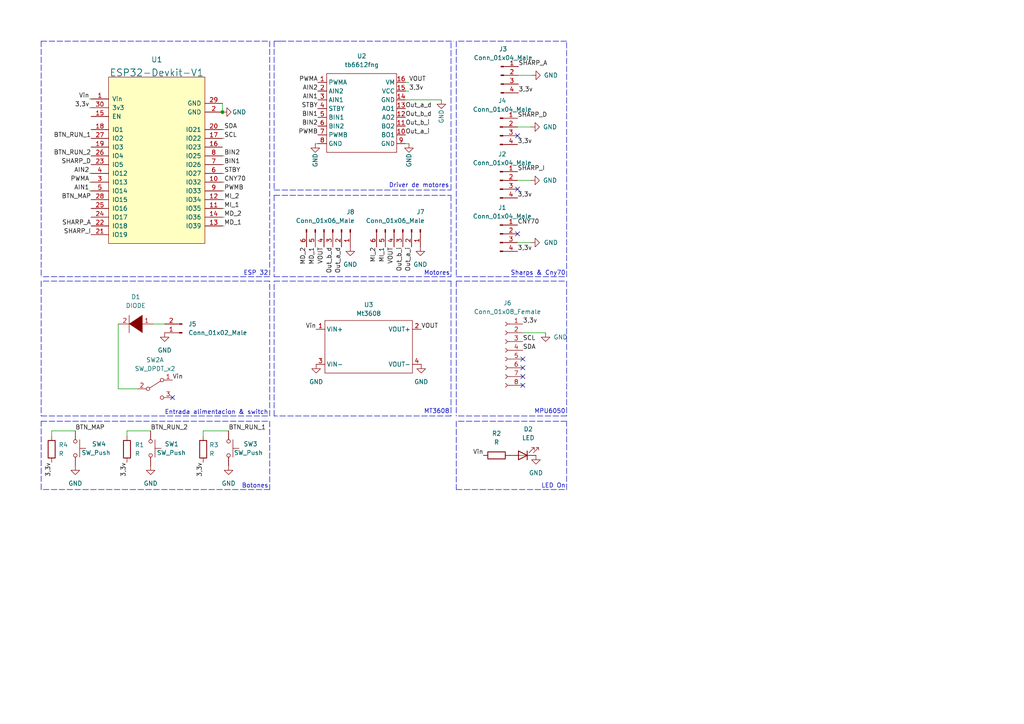
<source format=kicad_sch>
(kicad_sch (version 20211123) (generator eeschema)
  (paper "A4")
  (lib_symbols
    (symbol "Connector:Conn_01x02_Male" (pin_names (offset 1.016) hide)
      (property "Reference" "J" (at 0 2.54 0))
      (property "Value" "Conn_01x02_Male" (at 0 -5.08 0))
      (symbol "Conn_01x02_Male_1_1"
        (polyline (pts (xy 1.27 -2.54) (xy 0.8636 -2.54)) (stroke (width 0.1524)))
        (polyline (pts (xy 1.27 0) (xy 0.8636 0)) (stroke (width 0.1524)))
        (rectangle (start 0.8636 -2.413) (end 0 -2.667) (stroke (width 0.1524)) (fill (type outline)))
        (rectangle (start 0.8636 0.127) (end 0 -0.127) (stroke (width 0.1524)) (fill (type outline)))
        (pin passive line (at 5.08 0 180) (length 3.81) (name "Pin_1") (number "1"))
        (pin passive line (at 5.08 -2.54 180) (length 3.81) (name "Pin_2") (number "2"))
      )
    )
    (symbol "Connector:Conn_01x04_Male" (pin_names (offset 1.016) hide)
      (property "Reference" "J" (at 0 5.08 0))
      (property "Value" "Conn_01x04_Male" (at 0 -7.62 0))
      (symbol "Conn_01x04_Male_1_1"
        (polyline (pts (xy 1.27 -5.08) (xy 0.8636 -5.08)) (stroke (width 0.1524)))
        (polyline (pts (xy 1.27 -2.54) (xy 0.8636 -2.54)) (stroke (width 0.1524)))
        (polyline (pts (xy 1.27 0) (xy 0.8636 0)) (stroke (width 0.1524)))
        (polyline (pts (xy 1.27 2.54) (xy 0.8636 2.54)) (stroke (width 0.1524)))
        (rectangle (start 0.8636 -4.953) (end 0 -5.207) (stroke (width 0.1524)) (fill (type outline)))
        (rectangle (start 0.8636 -2.413) (end 0 -2.667) (stroke (width 0.1524)) (fill (type outline)))
        (rectangle (start 0.8636 0.127) (end 0 -0.127) (stroke (width 0.1524)) (fill (type outline)))
        (rectangle (start 0.8636 2.667) (end 0 2.413) (stroke (width 0.1524)) (fill (type outline)))
        (pin passive line (at 5.08 2.54 180) (length 3.81) (name "Pin_1") (number "1"))
        (pin passive line (at 5.08 0 180) (length 3.81) (name "Pin_2") (number "2"))
        (pin passive line (at 5.08 -2.54 180) (length 3.81) (name "Pin_3") (number "3"))
        (pin passive line (at 5.08 -5.08 180) (length 3.81) (name "Pin_4") (number "4"))
      )
    )
    (symbol "Connector:Conn_01x06_Male" (pin_names (offset 1.016) hide)
      (property "Reference" "J" (at 0 7.62 0))
      (property "Value" "Conn_01x06_Male" (at 0 -10.16 0))
      (symbol "Conn_01x06_Male_1_1"
        (polyline (pts (xy 1.27 -7.62) (xy 0.8636 -7.62)) (stroke (width 0.1524)))
        (polyline (pts (xy 1.27 -5.08) (xy 0.8636 -5.08)) (stroke (width 0.1524)))
        (polyline (pts (xy 1.27 -2.54) (xy 0.8636 -2.54)) (stroke (width 0.1524)))
        (polyline (pts (xy 1.27 0) (xy 0.8636 0)) (stroke (width 0.1524)))
        (polyline (pts (xy 1.27 2.54) (xy 0.8636 2.54)) (stroke (width 0.1524)))
        (polyline (pts (xy 1.27 5.08) (xy 0.8636 5.08)) (stroke (width 0.1524)))
        (rectangle (start 0.8636 -7.493) (end 0 -7.747) (stroke (width 0.1524)) (fill (type outline)))
        (rectangle (start 0.8636 -4.953) (end 0 -5.207) (stroke (width 0.1524)) (fill (type outline)))
        (rectangle (start 0.8636 -2.413) (end 0 -2.667) (stroke (width 0.1524)) (fill (type outline)))
        (rectangle (start 0.8636 0.127) (end 0 -0.127) (stroke (width 0.1524)) (fill (type outline)))
        (rectangle (start 0.8636 2.667) (end 0 2.413) (stroke (width 0.1524)) (fill (type outline)))
        (rectangle (start 0.8636 5.207) (end 0 4.953) (stroke (width 0.1524)) (fill (type outline)))
        (pin passive line (at 5.08 5.08 180) (length 3.81) (name "Pin_1") (number "1"))
        (pin passive line (at 5.08 2.54 180) (length 3.81) (name "Pin_2") (number "2"))
        (pin passive line (at 5.08 0 180) (length 3.81) (name "Pin_3") (number "3"))
        (pin passive line (at 5.08 -2.54 180) (length 3.81) (name "Pin_4") (number "4"))
        (pin passive line (at 5.08 -5.08 180) (length 3.81) (name "Pin_5") (number "5"))
        (pin passive line (at 5.08 -7.62 180) (length 3.81) (name "Pin_6") (number "6"))
      )
    )
    (symbol "Connector:Conn_01x08_Female" (pin_names (offset 1.016) hide)
      (property "Reference" "J" (at 0 10.16 0))
      (property "Value" "Conn_01x08_Female" (at 0 -12.7 0))
      (symbol "Conn_01x08_Female_1_1"
        (arc (start 0 -9.652) (mid -0.508 -10.16) (end 0 -10.668) (stroke (width 0.1524)))
        (arc (start 0 -7.112) (mid -0.508 -7.62) (end 0 -8.128) (stroke (width 0.1524)))
        (arc (start 0 -4.572) (mid -0.508 -5.08) (end 0 -5.588) (stroke (width 0.1524)))
        (arc (start 0 -2.032) (mid -0.508 -2.54) (end 0 -3.048) (stroke (width 0.1524)))
        (polyline (pts (xy -1.27 -10.16) (xy -0.508 -10.16)) (stroke (width 0.1524)))
        (polyline (pts (xy -1.27 -7.62) (xy -0.508 -7.62)) (stroke (width 0.1524)))
        (polyline (pts (xy -1.27 -5.08) (xy -0.508 -5.08)) (stroke (width 0.1524)))
        (polyline (pts (xy -1.27 -2.54) (xy -0.508 -2.54)) (stroke (width 0.1524)))
        (polyline (pts (xy -1.27 0) (xy -0.508 0)) (stroke (width 0.1524)))
        (polyline (pts (xy -1.27 2.54) (xy -0.508 2.54)) (stroke (width 0.1524)))
        (polyline (pts (xy -1.27 5.08) (xy -0.508 5.08)) (stroke (width 0.1524)))
        (polyline (pts (xy -1.27 7.62) (xy -0.508 7.62)) (stroke (width 0.1524)))
        (arc (start 0 0.508) (mid -0.508 0) (end 0 -0.508) (stroke (width 0.1524)))
        (arc (start 0 3.048) (mid -0.508 2.54) (end 0 2.032) (stroke (width 0.1524)))
        (arc (start 0 5.588) (mid -0.508 5.08) (end 0 4.572) (stroke (width 0.1524)))
        (arc (start 0 8.128) (mid -0.508 7.62) (end 0 7.112) (stroke (width 0.1524)))
        (pin passive line (at -5.08 7.62 0) (length 3.81) (name "Pin_1") (number "1"))
        (pin passive line (at -5.08 5.08 0) (length 3.81) (name "Pin_2") (number "2"))
        (pin passive line (at -5.08 2.54 0) (length 3.81) (name "Pin_3") (number "3"))
        (pin passive line (at -5.08 0 0) (length 3.81) (name "Pin_4") (number "4"))
        (pin passive line (at -5.08 -2.54 0) (length 3.81) (name "Pin_5") (number "5"))
        (pin passive line (at -5.08 -5.08 0) (length 3.81) (name "Pin_6") (number "6"))
        (pin passive line (at -5.08 -7.62 0) (length 3.81) (name "Pin_7") (number "7"))
        (pin passive line (at -5.08 -10.16 0) (length 3.81) (name "Pin_8") (number "8"))
      )
    )
    (symbol "Device:LED" (pin_numbers hide) (pin_names (offset 1.016) hide)
      (property "Reference" "D" (at 0 2.54 0))
      (property "Value" "LED" (at 0 -2.54 0))
      (symbol "LED_0_1"
        (polyline (pts (xy -1.27 -1.27) (xy -1.27 1.27)) (stroke (width 0.254)))
        (polyline (pts (xy -1.27 0) (xy 1.27 0)))
        (polyline (pts (xy 1.27 -1.27) (xy 1.27 1.27) (xy -1.27 0) (xy 1.27 -1.27)) (stroke (width 0.254)))
        (polyline (pts (xy -3.048 -0.762) (xy -4.572 -2.286) (xy -3.81 -2.286) (xy -4.572 -2.286) (xy -4.572 -1.524)))
        (polyline (pts (xy -1.778 -0.762) (xy -3.302 -2.286) (xy -2.54 -2.286) (xy -3.302 -2.286) (xy -3.302 -1.524)))
      )
      (symbol "LED_1_1"
        (pin passive line (at -3.81 0 0) (length 2.54) (name "K") (number "1"))
        (pin passive line (at 3.81 0 180) (length 2.54) (name "A") (number "2"))
      )
    )
    (symbol "Device:R" (pin_numbers hide) (pin_names (offset 0))
      (property "Reference" "R" (at 2.032 0 90))
      (property "Value" "R" (at 0 0 90))
      (symbol "R_0_1"
        (rectangle (start -1.016 -2.54) (end 1.016 2.54) (stroke (width 0.254)))
      )
      (symbol "R_1_1"
        (pin passive line (at 0 3.81 270) (length 1.27) (name "~") (number "1"))
        (pin passive line (at 0 -3.81 90) (length 1.27) (name "~") (number "2"))
      )
    )
    (symbol "Switch:SW_DPDT_x2" (pin_names (offset 0) hide)
      (property "Reference" "SW" (at 0 4.318 0))
      (property "Value" "SW_DPDT_x2" (at 0 -5.08 0))
      (symbol "SW_DPDT_x2_0_0"
        (circle (center -2.032 0) (radius 0.508))
        (circle (center 2.032 -2.54) (radius 0.508))
      )
      (symbol "SW_DPDT_x2_0_1"
        (polyline (pts (xy -1.524 0.254) (xy 1.651 2.286)))
        (circle (center 2.032 2.54) (radius 0.508))
      )
      (symbol "SW_DPDT_x2_1_1"
        (pin passive line (at 5.08 2.54 180) (length 2.54) (name "A") (number "1"))
        (pin passive line (at -5.08 0 0) (length 2.54) (name "B") (number "2"))
        (pin passive line (at 5.08 -2.54 180) (length 2.54) (name "C") (number "3"))
      )
      (symbol "SW_DPDT_x2_2_1"
        (pin passive line (at 5.08 2.54 180) (length 2.54) (name "A") (number "4"))
        (pin passive line (at -5.08 0 0) (length 2.54) (name "B") (number "5"))
        (pin passive line (at 5.08 -2.54 180) (length 2.54) (name "C") (number "6"))
      )
    )
    (symbol "Switch:SW_Push" (pin_numbers hide) (pin_names (offset 1.016) hide)
      (property "Reference" "SW" (at 1.27 2.54 0))
      (property "Value" "SW_Push" (at 0 -1.524 0))
      (symbol "SW_Push_0_1"
        (circle (center -2.032 0) (radius 0.508))
        (polyline (pts (xy 0 1.27) (xy 0 3.048)))
        (polyline (pts (xy 2.54 1.27) (xy -2.54 1.27)))
        (circle (center 2.032 0) (radius 0.508))
        (pin passive line (at -5.08 0 0) (length 2.54) (name "1") (number "1"))
        (pin passive line (at 5.08 0 180) (length 2.54) (name "2") (number "2"))
      )
    )
    (symbol "esp32-devkit-v1:ESP32-Devkit-V1" (pin_names (offset 1.016))
      (property "Reference" "U" (at 13.97 -21.59 0))
      (property "Value" "ESP32-Devkit-V1" (at 13.97 -2.54 0))
      (symbol "ESP32-Devkit-V1_0_1"
        (rectangle (start 0 0) (end 27.94 -48.26) (fill (type background)))
      )
      (symbol "ESP32-Devkit-V1_1_1"
        (pin power_in line (at -5.08 -6.35 0) (length 5.08) (name "Vin") (number "1"))
        (pin bidirectional line (at 33.02 -30.48 180) (length 5.08) (name "IO32") (number "10"))
        (pin bidirectional line (at 33.02 -38.1 180) (length 5.08) (name "IO35") (number "11"))
        (pin bidirectional line (at 33.02 -35.56 180) (length 5.08) (name "IO34") (number "12"))
        (pin bidirectional line (at 33.02 -43.18 180) (length 5.08) (name "IO39") (number "13"))
        (pin bidirectional line (at 33.02 -40.64 180) (length 5.08) (name "IO36") (number "14"))
        (pin input line (at -5.08 -11.43 0) (length 5.08) (name "EN") (number "15"))
        (pin bidirectional line (at 33.02 -20.32 180) (length 5.08) (name "IO23") (number "16"))
        (pin bidirectional line (at 33.02 -17.78 180) (length 5.08) (name "IO22") (number "17"))
        (pin bidirectional line (at -5.08 -15.24 0) (length 5.08) (name "IO1") (number "18"))
        (pin bidirectional line (at -5.08 -20.32 0) (length 5.08) (name "IO3") (number "19"))
        (pin power_out line (at 33.02 -10.16 180) (length 5.08) (name "GND") (number "2"))
        (pin bidirectional line (at 33.02 -15.24 180) (length 5.08) (name "IO21") (number "20"))
        (pin bidirectional line (at -5.08 -45.72 0) (length 5.08) (name "IO19") (number "21"))
        (pin bidirectional line (at -5.08 -43.18 0) (length 5.08) (name "IO18") (number "22"))
        (pin bidirectional line (at -5.08 -25.4 0) (length 5.08) (name "IO5") (number "23"))
        (pin bidirectional line (at -5.08 -40.64 0) (length 5.08) (name "IO17") (number "24"))
        (pin bidirectional line (at -5.08 -38.1 0) (length 5.08) (name "IO16") (number "25"))
        (pin bidirectional line (at -5.08 -22.86 0) (length 5.08) (name "IO4") (number "26"))
        (pin bidirectional line (at -5.08 -17.78 0) (length 5.08) (name "IO2") (number "27"))
        (pin bidirectional line (at -5.08 -35.56 0) (length 5.08) (name "IO15") (number "28"))
        (pin power_out line (at 33.02 -7.62 180) (length 5.08) (name "GND") (number "29"))
        (pin bidirectional line (at -5.08 -30.48 0) (length 5.08) (name "IO13") (number "3"))
        (pin power_out line (at -5.08 -8.89 0) (length 5.08) (name "3v3") (number "30"))
        (pin bidirectional line (at -5.08 -27.94 0) (length 5.08) (name "IO12") (number "4"))
        (pin bidirectional line (at -5.08 -33.02 0) (length 5.08) (name "IO14") (number "5"))
        (pin bidirectional line (at 33.02 -27.94 180) (length 5.08) (name "IO27") (number "6"))
        (pin bidirectional line (at 33.02 -25.4 180) (length 5.08) (name "IO26") (number "7"))
        (pin bidirectional line (at 33.02 -22.86 180) (length 5.08) (name "IO25") (number "8"))
        (pin bidirectional line (at 33.02 -33.02 180) (length 5.08) (name "IO33") (number "9"))
      )
    )
    (symbol "power:GND" (power) (pin_names (offset 0))
      (property "Value" "GND" (at 0 -3.81 0))
      (symbol "GND_0_1"
        (polyline (pts (xy 0 0) (xy 0 -1.27) (xy 1.27 -1.27) (xy 0 -2.54) (xy -1.27 -1.27) (xy 0 -1.27)))
      )
      (symbol "GND_1_1"
        (pin power_in line (at 0 0 270) (length 0) hide (name "GND") (number "1"))
      )
    )
    (symbol "propios:Mt3608"
      (property "Reference" "U" (at 0 0 0))
      (property "Value" "Mt3608" (at 0 0 0))
      (symbol "Mt3608_0_1"
        (rectangle (start -12.7 -2.54) (end 12.7 -17.78))
      )
      (symbol "Mt3608_1_1"
        (pin input line (at -15.24 -5.08 0) (length 2.54) (name "VIN+") (number "1"))
        (pin input line (at 15.24 -5.08 180) (length 2.54) (name "VOUT+") (number "2"))
        (pin input line (at -15.24 -15.24 0) (length 2.54) (name "VIN-") (number "3"))
        (pin input line (at 15.24 -15.24 180) (length 2.54) (name "VOUT-") (number "4"))
      )
    )
    (symbol "propios:tb6612fng"
      (property "Reference" "U" (at 0 0 0))
      (property "Value" "tb6612fng" (at 0 0 0))
      (symbol "tb6612fng_0_1"
        (rectangle (start -10.16 -2.54) (end 10.16 -25.4))
      )
      (symbol "tb6612fng_1_1"
        (pin input line (at -12.7 -5.08 0) (length 2.54) (name "PWMA") (number "1"))
        (pin input line (at 12.7 -20.32 180) (length 2.54) (name "BO1") (number "10"))
        (pin input line (at 12.7 -17.78 180) (length 2.54) (name "BO2") (number "11"))
        (pin input line (at 12.7 -15.24 180) (length 2.54) (name "AO2") (number "12"))
        (pin input line (at 12.7 -12.7 180) (length 2.54) (name "AO1") (number "13"))
        (pin input line (at 12.7 -10.16 180) (length 2.54) (name "GND") (number "14"))
        (pin input line (at 12.7 -7.62 180) (length 2.54) (name "VCC") (number "15"))
        (pin input line (at 12.7 -5.08 180) (length 2.54) (name "VM") (number "16"))
        (pin input line (at -12.7 -7.62 0) (length 2.54) (name "AIN2") (number "2"))
        (pin input line (at -12.7 -10.16 0) (length 2.54) (name "AIN1") (number "3"))
        (pin input line (at -12.7 -12.7 0) (length 2.54) (name "STBY") (number "4"))
        (pin input line (at -12.7 -15.24 0) (length 2.54) (name "BIN1") (number "5"))
        (pin input line (at -12.7 -17.78 0) (length 2.54) (name "BIN2") (number "6"))
        (pin input line (at -12.7 -20.32 0) (length 2.54) (name "PWMB") (number "7"))
        (pin input line (at -12.7 -22.86 0) (length 2.54) (name "GND") (number "8"))
        (pin input line (at 12.7 -22.86 180) (length 2.54) (name "GND") (number "9"))
      )
    )
    (symbol "pspice:DIODE" (pin_names (offset 1.016) hide)
      (property "Reference" "D" (at 0 3.81 0))
      (property "Value" "DIODE" (at 0 -4.445 0))
      (symbol "DIODE_0_1"
        (polyline (pts (xy 1.905 2.54) (xy 1.905 -2.54)))
        (polyline (pts (xy -1.905 2.54) (xy -1.905 -2.54) (xy 1.905 0)) (fill (type outline)))
      )
      (symbol "DIODE_1_1"
        (pin input line (at -5.08 0 0) (length 3.81) (name "K") (number "1"))
        (pin input line (at 5.08 0 180) (length 3.81) (name "A") (number "2"))
      )
    )
  )
  (junction (at 64.516 32.512))
  (no_connect (at 150.114 67.818))
  (no_connect (at 50.038 115.316))
  (no_connect (at 151.638 104.14))
  (no_connect (at 151.638 106.68))
  (no_connect (at 151.638 109.22))
  (no_connect (at 151.638 111.76))
  (no_connect (at 150.114 54.864))
  (no_connect (at 150.114 39.37))
  (wire (pts (xy 153.924 52.324) (xy 150.114 52.324)))
  (wire (pts (xy 65.024 52.832) (xy 64.516 52.832)))
  (wire (pts (xy 43.688 124.968) (xy 36.83 124.968)))
  (wire (pts (xy 65.024 37.592) (xy 64.516 37.592)))
  (wire (pts (xy 65.024 60.452) (xy 64.516 60.452)))
  (wire (pts (xy 153.924 36.83) (xy 150.114 36.83)))
  (wire (pts (xy 58.928 124.968) (xy 66.294 124.968)))
  (polyline (pts (xy 11.938 11.938) (xy 78.232 11.938)))
  (wire (pts (xy 25.908 55.372) (xy 26.416 55.372)))
  (wire (pts (xy 65.024 47.752) (xy 64.516 47.752)))
  (wire (pts (xy 65.024 62.992) (xy 64.516 62.992)))
  (wire (pts (xy 34.29 93.98) (xy 34.29 112.776)))
  (wire (pts (xy 118.618 23.876) (xy 117.602 23.876)))
  (polyline (pts (xy 11.938 122.174) (xy 78.232 122.174)))
  (polyline (pts (xy 78.232 80.264) (xy 11.938 80.264)))
  (polyline (pts (xy 79.502 56.642) (xy 79.502 80.264)))
  (wire (pts (xy 128.016 28.956) (xy 117.602 28.956)))
  (polyline (pts (xy 79.502 11.938) (xy 81.28 11.938)))
  (wire (pts (xy 65.024 65.532) (xy 64.516 65.532)))
  (wire (pts (xy 14.986 124.968) (xy 14.986 126.492)))
  (wire (pts (xy 65.024 55.372) (xy 64.516 55.372)))
  (polyline (pts (xy 130.81 56.642) (xy 130.81 80.264)))
  (polyline (pts (xy 79.502 55.118) (xy 130.81 55.118)))
  (polyline (pts (xy 11.938 81.534) (xy 11.938 120.65)))
  (polyline (pts (xy 11.938 141.986) (xy 11.938 122.174)))
  (polyline (pts (xy 132.334 122.174) (xy 132.334 141.986)))
  (polyline (pts (xy 81.28 11.938) (xy 131.572 11.938)))
  (wire (pts (xy 36.83 124.968) (xy 36.83 126.492)))
  (polyline (pts (xy 130.81 81.534) (xy 130.81 120.65)))
  (wire (pts (xy 65.024 40.132) (xy 64.516 40.132)))
  (polyline (pts (xy 164.338 120.65) (xy 132.334 120.65)))
  (wire (pts (xy 118.618 26.416) (xy 117.602 26.416)))
  (polyline (pts (xy 132.334 81.534) (xy 132.334 120.65)))
  (polyline (pts (xy 132.334 81.534) (xy 164.338 81.534)))
  (polyline (pts (xy 164.338 122.174) (xy 132.334 122.174)))
  (polyline (pts (xy 79.502 81.534) (xy 130.81 81.534)))
  (wire (pts (xy 158.242 96.52) (xy 151.638 96.52)))
  (wire (pts (xy 118.618 41.656) (xy 117.602 41.656)))
  (polyline (pts (xy 132.334 11.938) (xy 132.334 80.264)))
  (wire (pts (xy 25.908 31.242) (xy 26.416 31.242)))
  (polyline (pts (xy 79.502 80.264) (xy 130.81 80.264)))
  (polyline (pts (xy 78.232 141.986) (xy 11.938 141.986)))
  (wire (pts (xy 65.024 57.912) (xy 64.516 57.912)))
  (wire (pts (xy 64.516 29.972) (xy 64.516 32.512)))
  (wire (pts (xy 65.024 50.292) (xy 64.516 50.292)))
  (polyline (pts (xy 78.232 81.534) (xy 11.938 81.534)))
  (polyline (pts (xy 132.334 80.264) (xy 164.338 80.264)))
  (wire (pts (xy 21.844 124.968) (xy 14.986 124.968)))
  (wire (pts (xy 39.878 112.776) (xy 34.29 112.776)))
  (polyline (pts (xy 130.81 120.65) (xy 79.502 120.65)))
  (polyline (pts (xy 164.338 11.938) (xy 132.334 11.938)))
  (wire (pts (xy 154.178 21.844) (xy 150.368 21.844)))
  (polyline (pts (xy 78.232 120.65) (xy 78.232 81.534)))
  (polyline (pts (xy 164.338 81.534) (xy 164.338 120.65)))
  (polyline (pts (xy 132.334 141.986) (xy 164.338 141.986)))
  (wire (pts (xy 65.024 45.212) (xy 64.516 45.212)))
  (wire (pts (xy 153.924 70.358) (xy 150.114 70.358)))
  (polyline (pts (xy 164.338 141.986) (xy 164.338 122.174)))
  (polyline (pts (xy 79.502 120.65) (xy 79.502 81.534)))
  (polyline (pts (xy 79.502 56.642) (xy 130.81 56.642)))
  (wire (pts (xy 25.908 52.832) (xy 26.416 52.832)))
  (wire (pts (xy 58.928 124.968) (xy 58.928 126.492)))
  (polyline (pts (xy 11.938 11.938) (xy 11.938 80.264)))
  (polyline (pts (xy 78.232 122.174) (xy 78.232 141.986)))
  (wire (pts (xy 25.908 28.702) (xy 26.416 28.702)))
  (polyline (pts (xy 164.338 80.264) (xy 164.338 11.938)))
  (wire (pts (xy 25.908 50.292) (xy 26.416 50.292)))
  (polyline (pts (xy 78.232 11.938) (xy 78.232 80.264)))
  (polyline (pts (xy 130.81 55.118) (xy 130.81 11.938)))
  (polyline (pts (xy 79.502 11.938) (xy 79.502 55.118)))
  (wire (pts (xy 91.44 41.656) (xy 92.202 41.656)))
  (polyline (pts (xy 11.938 120.65) (xy 78.232 120.65)))
  (wire (pts (xy 44.45 93.98) (xy 47.752 93.98)))
  (text "Driver de motores\n" (at 112.776 54.61 0) (effects (font (size 1.27 1.27)) (justify left bottom)))
  (text "Motores\n" (at 122.936 80.01 0) (effects (font (size 1.27 1.27)) (justify left bottom)))
  (text "LED On\n" (at 156.972 141.732 0) (effects (font (size 1.27 1.27)) (justify left bottom)))
  (text "ESP 32\n" (at 70.612 80.01 0) (effects (font (size 1.27 1.27)) (justify left bottom)))
  (text "Entrada alimentacion & switch\n" (at 47.752 120.396 0) (effects (font (size 1.27 1.27)) (justify left bottom)))
  (text "MPU6050" (at 154.94 120.142 0) (effects (font (size 1.27 1.27)) (justify left bottom)))
  (text "Sharps & Cny70\n" (at 148.082 80.01 0) (effects (font (size 1.27 1.27)) (justify left bottom)))
  (text "MT3608\n" (at 122.936 120.142 0) (effects (font (size 1.27 1.27)) (justify left bottom)))
  (text "Botones\n" (at 70.104 141.732 0) (effects (font (size 1.27 1.27)) (justify left bottom)))
  (label "Out_b_d" (at 117.602 34.036 0))
  (label "Out_b_i" (at 117.602 36.576 0))
  (label "SDA" (at 151.638 101.6 0))
  (label "BTN_RUN_1" (at 66.294 124.968 0))
  (label "3,3v" (at 25.908 31.242 180))
  (label "CNY70" (at 150.114 65.278 0))
  (label "Out_b_d" (at 96.52 71.628 270))
  (label "MI_1" (at 65.024 60.452 0))
  (label "3,3v" (at 36.83 134.112 270))
  (label "Vin" (at 50.038 110.236 0))
  (label "Vin" (at 140.208 132.08 180))
  (label "AIN1" (at 92.202 28.956 180))
  (label "AIN2" (at 25.908 50.292 180))
  (label "Out_a_i" (at 119.38 71.628 270))
  (label "BTN_MAP" (at 21.844 124.968 0))
  (label "3,3v" (at 150.114 41.91 0))
  (label "PWMB" (at 92.202 39.116 180))
  (label "VOUT" (at 93.98 71.628 270))
  (label "MD_1" (at 65.024 65.532 0))
  (label "VOUT" (at 122.174 95.504 0))
  (label "SHARP_D" (at 26.416 47.752 180))
  (label "SHARP_A" (at 26.416 65.532 180))
  (label "MD_1" (at 91.44 71.628 270))
  (label "SCL" (at 151.638 99.06 0))
  (label "AIN1" (at 25.908 55.372 180))
  (label "Vin" (at 91.694 95.504 180))
  (label "VOUT" (at 114.3 71.628 270))
  (label "SHARP_A" (at 150.368 19.304 0))
  (label "Vin" (at 25.908 28.702 180))
  (label "3,3v" (at 14.986 134.112 270))
  (label "Out_a_d" (at 117.602 31.496 0))
  (label "MI_2" (at 65.024 57.912 0))
  (label "BIN1" (at 92.202 34.036 180))
  (label "3,3v" (at 150.368 26.924 0))
  (label "Out_a_d" (at 99.06 71.628 270))
  (label "BIN2" (at 65.024 45.212 0))
  (label "3,3v" (at 150.114 57.404 0))
  (label "MI_1" (at 111.76 71.628 270))
  (label "STBY" (at 65.024 50.292 0))
  (label "BTN_RUN_2" (at 43.688 124.968 0))
  (label "VOUT" (at 118.618 23.876 0))
  (label "AIN2" (at 92.202 26.416 180))
  (label "3,3v" (at 58.928 134.112 270))
  (label "SHARP_I" (at 150.114 49.784 0))
  (label "3,3v" (at 150.114 72.898 0))
  (label "BIN2" (at 92.202 36.576 180))
  (label "3,3v" (at 118.618 26.416 0))
  (label "BTN_RUN_2" (at 26.416 45.212 180))
  (label "BTN_MAP" (at 26.416 57.912 180))
  (label "PWMA" (at 25.908 52.832 180))
  (label "CNY70" (at 65.024 52.832 0))
  (label "MD_2" (at 65.024 62.992 0))
  (label "MD_2" (at 88.9 71.628 270))
  (label "SHARP_D" (at 150.114 34.29 0))
  (label "PWMB" (at 65.024 55.372 0))
  (label "MI_2" (at 109.22 71.628 270))
  (label "BTN_RUN_1" (at 26.416 40.132 180))
  (label "Out_a_i" (at 117.602 39.116 0))
  (label "STBY" (at 92.202 31.496 180))
  (label "PWMA" (at 92.202 23.876 180))
  (label "3,3v" (at 151.638 93.98 0))
  (label "SDA" (at 65.024 37.592 0))
  (label "Out_b_i" (at 116.84 71.628 270))
  (label "SHARP_I" (at 26.416 68.072 180))
  (label "BIN1" (at 65.024 47.752 0))
  (label "SCL" (at 65.024 40.132 0))
  (symbol (lib_id "propios:Mt3608") (at 106.934 90.424 0) (unit 1)
    (property "Reference" "U3" (at 106.934 88.392 0))
    (property "Value" "Mt3608" (at 106.934 90.932 0))
    (property "Footprint" "propios:MT3608" (effects hide))
  )
  (symbol (lib_id "power:GND") (at 91.694 105.664 0) (unit 1)
    (property "Reference" "#PWR0106" (effects hide))
    (property "Value" "GND" (at 91.694 110.744 0))
  )
  (symbol (lib_id "power:GND") (at 91.44 41.656 0) (unit 1)
    (property "Reference" "#PWR0117" (effects hide))
    (property "Value" "GND" (at 91.44 44.45 90) (effects (justify right)))
  )
  (symbol (lib_id "Connector:Conn_01x04_Male") (at 145.034 36.83 0) (unit 1)
    (property "Reference" "J4" (at 145.669 29.21 0))
    (property "Value" "Conn_01x04_Male" (at 145.669 31.75 0))
    (property "Footprint" "Connector_PinHeader_2.54mm:PinHeader_1x04_P2.54mm_Vertical" (effects hide))
  )
  (symbol (lib_id "Connector:Conn_01x06_Male") (at 96.52 66.548 270) (unit 1)
    (property "Reference" "J8" (at 102.87 61.468 90) (effects (justify right)))
    (property "Value" "Conn_01x06_Male" (at 102.87 64.008 90) (effects (justify right)))
    (property "Footprint" "Connector_PinHeader_2.54mm:PinHeader_1x06_P2.54mm_Vertical" (effects hide))
  )
  (symbol (lib_id "power:GND") (at 158.242 96.52 0) (unit 1)
    (property "Reference" "#PWR0115" (effects hide))
    (property "Value" "GND" (at 160.528 97.7899 0) (effects (justify left)))
  )
  (symbol (lib_id "Switch:SW_Push") (at 66.294 130.048 270) (unit 1)
    (property "Reference" "SW3" (at 70.612 128.7779 90) (effects (justify left)))
    (property "Value" "SW_Push" (at 67.818 131.318 90) (effects (justify left)))
    (property "Footprint" "Button_Switch_THT:SW_PUSH_6mm" (effects hide))
  )
  (symbol (lib_id "power:GND") (at 121.92 71.628 0) (mirror y) (unit 1)
    (property "Reference" "#PWR0112" (effects hide))
    (property "Value" "GND" (at 121.92 76.708 0))
  )
  (symbol (lib_id "power:GND") (at 122.174 105.664 0) (unit 1)
    (property "Reference" "#PWR0103" (effects hide))
    (property "Value" "GND" (at 122.174 110.744 0))
  )
  (symbol (lib_id "Device:R") (at 58.928 130.302 0) (unit 1)
    (property "Reference" "R3" (at 60.706 129.0319 0) (effects (justify left)))
    (property "Value" "R" (at 60.706 131.5719 0) (effects (justify left)))
    (property "Footprint" "Resistor_THT:R_Axial_DIN0207_L6.3mm_D2.5mm_P10.16mm_Horizontal" (effects hide))
  )
  (symbol (lib_id "Connector:Conn_01x02_Male") (at 52.832 96.52 180) (unit 1)
    (property "Reference" "J5" (at 54.61 93.9799 0) (effects (justify right)))
    (property "Value" "Conn_01x02_Male" (at 54.61 96.5199 0) (effects (justify right)))
    (property "Footprint" "Connector_PinHeader_2.54mm:PinHeader_1x02_P2.54mm_Vertical" (effects hide))
  )
  (symbol (lib_id "esp32-devkit-v1:ESP32-Devkit-V1") (at 31.496 22.352 0) (unit 1)
    (property "Reference" "U1" (at 45.466 17.272 0) (effects (font (size 1.524 1.524))))
    (property "Value" "ESP32-Devkit-V1" (at 45.466 21.082 0) (effects (font (size 2.0066 2.0066))))
    (property "Footprint" "DOIT_ESP32:DOIT_ESP32_Devkit_mirko" (effects hide))
  )
  (symbol (lib_id "power:GND") (at 47.752 96.52 0) (unit 1)
    (property "Reference" "#PWR0102" (effects hide))
    (property "Value" "GND" (at 47.752 101.6 0))
  )
  (symbol (lib_id "Device:LED") (at 151.638 132.08 180) (unit 1)
    (property "Reference" "D2" (at 153.2255 124.46 0))
    (property "Value" "LED" (at 153.2255 127 0))
    (property "Footprint" "LED_THT:LED_D5.0mm" (effects hide))
  )
  (symbol (lib_id "Connector:Conn_01x08_Female") (at 146.558 101.6 0) (mirror y) (unit 1)
    (property "Reference" "J6" (at 147.193 87.884 0))
    (property "Value" "Conn_01x08_Female" (at 147.193 90.424 0))
    (property "Footprint" "Connector_PinSocket_2.54mm:PinSocket_1x08_P2.54mm_Vertical" (effects hide))
  )
  (symbol (lib_id "Device:R") (at 36.83 130.302 0) (unit 1)
    (property "Reference" "R1" (at 39.116 129.0319 0) (effects (justify left)))
    (property "Value" "R" (at 39.116 131.5719 0) (effects (justify left)))
    (property "Footprint" "Resistor_THT:R_Axial_DIN0207_L6.3mm_D2.5mm_P10.16mm_Horizontal" (effects hide))
  )
  (symbol (lib_id "Connector:Conn_01x04_Male") (at 145.288 21.844 0) (unit 1)
    (property "Reference" "J3" (at 145.923 14.224 0))
    (property "Value" "Conn_01x04_Male" (at 145.923 16.764 0))
    (property "Footprint" "Connector_PinHeader_2.54mm:PinHeader_1x04_P2.54mm_Vertical" (effects hide))
  )
  (symbol (lib_id "power:GND") (at 64.516 32.512 90) (unit 1)
    (property "Reference" "#PWR0119" (effects hide))
    (property "Value" "GND" (at 67.31 32.512 90) (effects (justify right)))
  )
  (symbol (lib_id "Switch:SW_DPDT_x2") (at 44.958 112.776 0) (unit 1)
    (property "Reference" "SW2" (at 44.958 104.394 0))
    (property "Value" "SW_DPDT_x2" (at 44.958 106.934 0))
    (property "Footprint" "Button_Switch_THT:SW_Slide_1P2T_CK_OS102011MS2Q" (effects hide))
  )
  (symbol (lib_id "power:GND") (at 43.688 135.128 0) (unit 1)
    (property "Reference" "#PWR0107" (effects hide))
    (property "Value" "GND" (at 43.688 140.208 0))
  )
  (symbol (lib_id "power:GND") (at 153.924 70.358 90) (unit 1)
    (property "Reference" "#PWR0110" (effects hide))
    (property "Value" "GND" (at 157.734 70.3579 90) (effects (justify right)))
  )
  (symbol (lib_id "power:GND") (at 101.6 71.628 0) (unit 1)
    (property "Reference" "#PWR0101" (effects hide))
    (property "Value" "GND" (at 101.6 76.708 0))
  )
  (symbol (lib_id "Device:R") (at 144.018 132.08 90) (unit 1)
    (property "Reference" "R2" (at 144.018 125.73 90))
    (property "Value" "R" (at 144.018 128.27 90))
    (property "Footprint" "Resistor_THT:R_Axial_DIN0207_L6.3mm_D2.5mm_P10.16mm_Horizontal" (effects hide))
  )
  (symbol (lib_id "power:GND") (at 128.016 28.956 0) (unit 1)
    (property "Reference" "#PWR0116" (effects hide))
    (property "Value" "GND" (at 128.016 31.75 90) (effects (justify right)))
  )
  (symbol (lib_id "propios:tb6612fng") (at 104.902 18.796 0) (unit 1)
    (property "Reference" "U2" (at 104.902 16.256 0))
    (property "Value" "tb6612fng" (at 104.902 18.796 0))
    (property "Footprint" "propios:tb6612fng" (effects hide))
  )
  (symbol (lib_id "power:GND") (at 154.178 21.844 90) (unit 1)
    (property "Reference" "#PWR0120" (effects hide))
    (property "Value" "GND" (at 157.734 21.8439 90) (effects (justify right)))
  )
  (symbol (lib_id "Connector:Conn_01x06_Male") (at 116.84 66.548 270) (unit 1)
    (property "Reference" "J7" (at 123.19 61.468 90) (effects (justify right)))
    (property "Value" "Conn_01x06_Male" (at 123.19 64.008 90) (effects (justify right)))
    (property "Footprint" "Connector_PinHeader_2.54mm:PinHeader_1x06_P2.54mm_Vertical" (effects hide))
  )
  (symbol (lib_id "power:GND") (at 153.924 52.324 90) (unit 1)
    (property "Reference" "#PWR0113" (effects hide))
    (property "Value" "GND" (at 157.48 52.3239 90) (effects (justify right)))
  )
  (symbol (lib_id "Switch:SW_Push") (at 21.844 130.048 270) (unit 1)
    (property "Reference" "SW4" (at 26.67 128.7779 90) (effects (justify left)))
    (property "Value" "SW_Push" (at 23.622 131.318 90) (effects (justify left)))
    (property "Footprint" "Button_Switch_THT:SW_PUSH_6mm" (effects hide))
  )
  (symbol (lib_id "Connector:Conn_01x04_Male") (at 145.034 67.818 0) (unit 1)
    (property "Reference" "J1" (at 145.669 60.198 0))
    (property "Value" "Conn_01x04_Male" (at 145.669 62.738 0))
    (property "Footprint" "Connector_PinHeader_2.54mm:PinHeader_1x04_P2.54mm_Vertical" (effects hide))
  )
  (symbol (lib_id "power:GND") (at 155.448 132.08 0) (unit 1)
    (property "Reference" "#PWR0114" (effects hide))
    (property "Value" "GND" (at 155.448 137.16 0))
  )
  (symbol (lib_id "power:GND") (at 66.294 135.128 0) (unit 1)
    (property "Reference" "#PWR0109" (effects hide))
    (property "Value" "GND" (at 66.294 140.208 0))
  )
  (symbol (lib_id "pspice:DIODE") (at 39.37 93.98 180) (unit 1)
    (property "Reference" "D1" (at 39.37 86.106 0))
    (property "Value" "DIODE" (at 39.37 88.646 0))
    (property "Footprint" "Diode_THT:D_5W_P12.70mm_Horizontal" (effects hide))
  )
  (symbol (lib_id "Switch:SW_Push") (at 43.688 130.048 270) (unit 1)
    (property "Reference" "SW1" (at 47.752 128.7779 90) (effects (justify left)))
    (property "Value" "SW_Push" (at 45.466 131.318 90) (effects (justify left)))
    (property "Footprint" "Button_Switch_THT:SW_PUSH_6mm" (effects hide))
  )
  (symbol (lib_id "Device:R") (at 14.986 130.302 180) (unit 1)
    (property "Reference" "R4" (at 17.018 129.0319 0) (effects (justify right)))
    (property "Value" "R" (at 17.018 131.5719 0) (effects (justify right)))
    (property "Footprint" "Resistor_THT:R_Axial_DIN0207_L6.3mm_D2.5mm_P10.16mm_Horizontal" (effects hide))
  )
  (symbol (lib_id "power:GND") (at 153.924 36.83 90) (unit 1)
    (property "Reference" "#PWR0111" (effects hide))
    (property "Value" "GND" (at 157.48 36.8299 90) (effects (justify right)))
  )
  (symbol (lib_id "power:GND") (at 21.844 135.128 0) (unit 1)
    (property "Reference" "#PWR0108" (effects hide))
    (property "Value" "GND" (at 21.844 140.208 0))
  )
  (symbol (lib_id "Connector:Conn_01x04_Male") (at 145.034 52.324 0) (unit 1)
    (property "Reference" "J2" (at 145.669 44.704 0))
    (property "Value" "Conn_01x04_Male" (at 145.669 47.244 0))
    (property "Footprint" "Connector_PinHeader_2.54mm:PinHeader_1x04_P2.54mm_Vertical" (effects hide))
  )
  (symbol (lib_id "power:GND") (at 118.618 41.656 0) (unit 1)
    (property "Reference" "#PWR0118" (effects hide))
    (property "Value" "GND" (at 118.618 44.45 90) (effects (justify right)))
  )
)
</source>
